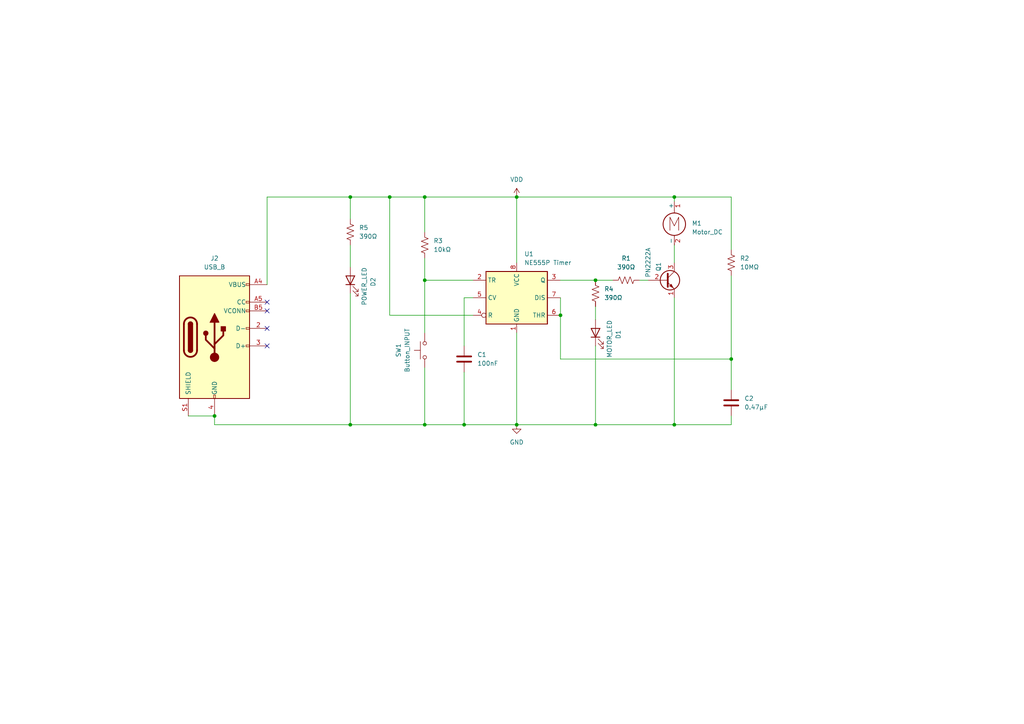
<source format=kicad_sch>
(kicad_sch (version 20231120) (generator "eeschema") (generator_version "8.0")
  (paper "A4")
  (lib_symbols
    (symbol "Connector:USB_C_Plug_USB2.0" (pin_names (offset 1.016))
      (property "Reference" "J2" (at 0 22.86 0))
      (property "Value" "USB_B" (at 0 20.32 0))
      (symbol "USB_C_Plug_USB2.0_0_0"
        (rectangle (start -0.254 -17.78) (end 0.254 -16.764))
        (rectangle (start 10.16 -2.286) (end 9.144 -2.794))
        (rectangle (start 10.16 2.794) (end 9.144 2.286))
        (rectangle (start 10.16 7.874) (end 9.144 7.366))
        (rectangle (start 10.16 10.414) (end 9.144 9.906))
        (rectangle (start 10.16 15.494) (end 9.144 14.986))
      )
      (symbol "USB_C_Plug_USB2.0_0_1"
        (rectangle (start -10.16 17.78) (end 10.16 -17.78) (stroke (width 0.254)) (fill (type background)))
        (arc (start -8.89 -3.81) (mid -6.985 -5.7067) (end -5.08 -3.81) (stroke (width 0.508)))
        (arc (start -7.62 -3.81) (mid -6.985 -4.4423) (end -6.35 -3.81) (stroke (width 0.254)))
        (arc (start -7.62 -3.81) (mid -6.985 -4.4423) (end -6.35 -3.81) (stroke (width 0.254)) (fill (type outline)))
        (rectangle (start -7.62 -3.81) (end -6.35 3.81) (stroke (width 0.254)) (fill (type outline)))
        (arc (start -6.35 3.81) (mid -6.985 4.4423) (end -7.62 3.81) (stroke (width 0.254)))
        (arc (start -6.35 3.81) (mid -6.985 4.4423) (end -7.62 3.81) (stroke (width 0.254)) (fill (type outline)))
        (arc (start -5.08 3.81) (mid -6.985 5.7067) (end -8.89 3.81) (stroke (width 0.508)))
        (circle (center -2.54 1.143) (radius 0.635) (stroke (width 0.254)) (fill (type outline)))
        (circle (center 0 -5.842) (radius 1.27) (fill (type outline)))
        (polyline (pts (xy -8.89 -3.81) (xy -8.89 3.81)) (stroke (width 0.508)))
        (polyline (pts (xy -5.08 3.81) (xy -5.08 -3.81)) (stroke (width 0.508)))
        (polyline (pts (xy 0 -5.842) (xy 0 4.318)) (stroke (width 0.508)))
        (polyline (pts (xy 0 -3.302) (xy -2.54 -0.762) (xy -2.54 0.508)) (stroke (width 0.508)))
        (polyline (pts (xy 0 -2.032) (xy 2.54 0.508) (xy 2.54 1.778)) (stroke (width 0.508)))
        (polyline (pts (xy -1.27 4.318) (xy 0 6.858) (xy 1.27 4.318) (xy -1.27 4.318)) (stroke (width 0.254)) (fill (type outline)))
        (rectangle (start 1.905 1.778) (end 3.175 3.048) (stroke (width 0.254)) (fill (type outline)))
      )
      (symbol "USB_C_Plug_USB2.0_1_1"
        (pin passive line (at 15.24 15.24 180) (length 5.08) hide (name "VBUS") (number "1"))
        (pin bidirectional line (at 15.24 2.54 180) (length 5.08) (name "D-") (number "2"))
        (pin bidirectional line (at 15.24 -2.54 180) (length 5.08) (name "D+") (number "3"))
        (pin passive line (at 0 -22.86 90) (length 5.08) (name "GND") (number "4"))
        (pin passive line (at 0 -22.86 90) (length 5.08) hide (name "GND") (number "A12"))
        (pin passive line (at 15.24 15.24 180) (length 5.08) (name "VBUS") (number "A4"))
        (pin bidirectional line (at 15.24 10.16 180) (length 5.08) (name "CC") (number "A5"))
        (pin passive line (at 0 -22.86 90) (length 5.08) hide (name "GND") (number "B1"))
        (pin passive line (at 0 -22.86 90) (length 5.08) hide (name "GND") (number "B12"))
        (pin passive line (at 15.24 15.24 180) (length 5.08) hide (name "VBUS") (number "B4"))
        (pin bidirectional line (at 15.24 7.62 180) (length 5.08) (name "VCONN") (number "B5"))
        (pin passive line (at 15.24 15.24 180) (length 5.08) hide (name "VBUS") (number "B9"))
        (pin passive line (at -7.62 -22.86 90) (length 5.08) (name "SHIELD") (number "S1"))
      )
    )
    (symbol "Device:C" (pin_numbers hide) (pin_names (offset 0.254))
      (property "Reference" "C" (at 0.635 2.54 0))
      (property "Value" "C" (at 0.635 -2.54 0))
      (symbol "C_0_1"
        (polyline (pts (xy -2.032 -0.762) (xy 2.032 -0.762)) (stroke (width 0.508)))
        (polyline (pts (xy -2.032 0.762) (xy 2.032 0.762)) (stroke (width 0.508)))
      )
      (symbol "C_1_1"
        (pin passive line (at 0 3.81 270) (length 2.794) (name "~") (number "1"))
        (pin passive line (at 0 -3.81 90) (length 2.794) (name "~") (number "2"))
      )
    )
    (symbol "Device:LED" (pin_numbers hide) (pin_names (offset 1.016) hide)
      (property "Reference" "D" (at 0 2.54 0))
      (property "Value" "LED" (at 0 -2.54 0))
      (symbol "LED_0_1"
        (polyline (pts (xy -1.27 -1.27) (xy -1.27 1.27)) (stroke (width 0.254)))
        (polyline (pts (xy -1.27 0) (xy 1.27 0)))
        (polyline (pts (xy 1.27 -1.27) (xy 1.27 1.27) (xy -1.27 0) (xy 1.27 -1.27)) (stroke (width 0.254)))
        (polyline (pts (xy -3.048 -0.762) (xy -4.572 -2.286) (xy -3.81 -2.286) (xy -4.572 -2.286) (xy -4.572 -1.524)))
        (polyline (pts (xy -1.778 -0.762) (xy -3.302 -2.286) (xy -2.54 -2.286) (xy -3.302 -2.286) (xy -3.302 -1.524)))
      )
      (symbol "LED_1_1"
        (pin passive line (at -3.81 0 0) (length 2.54) (name "K") (number "1"))
        (pin passive line (at 3.81 0 180) (length 2.54) (name "A") (number "2"))
      )
    )
    (symbol "Device:R_US" (pin_numbers hide) (pin_names (offset 0))
      (property "Reference" "R" (at 2.54 0 90))
      (property "Value" "R_US" (at -2.54 0 90))
      (symbol "R_US_0_1"
        (polyline (pts (xy 0 -2.286) (xy 0 -2.54)))
        (polyline (pts (xy 0 2.286) (xy 0 2.54)))
        (polyline (pts (xy 0 -0.762) (xy 1.016 -1.143) (xy 0 -1.524) (xy -1.016 -1.905) (xy 0 -2.286)))
        (polyline (pts (xy 0 0.762) (xy 1.016 0.381) (xy 0 0) (xy -1.016 -0.381) (xy 0 -0.762)))
        (polyline (pts (xy 0 2.286) (xy 1.016 1.905) (xy 0 1.524) (xy -1.016 1.143) (xy 0 0.762)))
      )
      (symbol "R_US_1_1"
        (pin passive line (at 0 3.81 270) (length 1.27) (name "~") (number "1"))
        (pin passive line (at 0 -3.81 90) (length 1.27) (name "~") (number "2"))
      )
    )
    (symbol "Motor:Motor_DC" (pin_names (offset 0))
      (property "Reference" "M" (at 2.54 2.54 0))
      (property "Value" "Motor_DC" (at 2.54 -5.08 0))
      (symbol "Motor_DC_0_0"
        (polyline (pts (xy -1.27 -3.302) (xy -1.27 0.508) (xy 0 -2.032) (xy 1.27 0.508) (xy 1.27 -3.302)))
      )
      (symbol "Motor_DC_0_1"
        (circle (center 0 -1.524) (radius 3.2512) (stroke (width 0.254)))
        (polyline (pts (xy 0 -7.62) (xy 0 -7.112)))
        (polyline (pts (xy 0 -4.7752) (xy 0 -5.1816)))
        (polyline (pts (xy 0 1.7272) (xy 0 2.0828)))
        (polyline (pts (xy 0 2.032) (xy 0 2.54)))
      )
      (symbol "Motor_DC_1_1"
        (pin passive line (at 0 5.08 270) (length 2.54) (name "+") (number "1"))
        (pin passive line (at 0 -7.62 90) (length 2.54) (name "-") (number "2"))
      )
    )
    (symbol "Switch:SW_Push" (pin_numbers hide) (pin_names (offset 1.016) hide)
      (property "Reference" "SW" (at 1.27 2.54 0))
      (property "Value" "SW_Push" (at 0 -1.524 0))
      (symbol "SW_Push_0_1"
        (circle (center -2.032 0) (radius 0.508))
        (polyline (pts (xy 0 1.27) (xy 0 3.048)))
        (polyline (pts (xy 2.54 1.27) (xy -2.54 1.27)))
        (circle (center 2.032 0) (radius 0.508))
        (pin passive line (at -5.08 0 0) (length 2.54) (name "1") (number "1"))
        (pin passive line (at 5.08 0 180) (length 2.54) (name "2") (number "2"))
      )
    )
    (symbol "Timer:NE555P"
      (property "Reference" "U" (at -10.16 8.89 0))
      (property "Value" "NE555P" (at 2.54 8.89 0))
      (symbol "NE555P_0_0"
        (pin power_in line (at 0 -10.16 90) (length 2.54) (name "GND") (number "1"))
        (pin power_in line (at 0 10.16 270) (length 2.54) (name "VCC") (number "8"))
      )
      (symbol "NE555P_0_1"
        (rectangle (start -8.89 -7.62) (end 8.89 7.62) (stroke (width 0.254)) (fill (type background)))
        (rectangle (start -8.89 -7.62) (end 8.89 7.62) (stroke (width 0.254)) (fill (type background)))
      )
      (symbol "NE555P_1_1"
        (pin input line (at -12.7 5.08 0) (length 3.81) (name "TR") (number "2"))
        (pin output line (at 12.7 5.08 180) (length 3.81) (name "Q") (number "3"))
        (pin input inverted (at -12.7 -5.08 0) (length 3.81) (name "R") (number "4"))
        (pin input line (at -12.7 0 0) (length 3.81) (name "CV") (number "5"))
        (pin input line (at 12.7 -5.08 180) (length 3.81) (name "THR") (number "6"))
        (pin input line (at 12.7 0 180) (length 3.81) (name "DIS") (number "7"))
      )
    )
    (symbol "Transistor_BJT:PN2222A" (pin_names (offset 0) hide)
      (property "Reference" "Q" (at 5.08 1.905 0))
      (property "Value" "PN2222A" (at 5.08 0 0))
      (symbol "PN2222A_0_1"
        (polyline (pts (xy 0 0) (xy 0.635 0)))
        (polyline (pts (xy 2.54 -2.54) (xy 0.635 -0.635)))
        (polyline (pts (xy 2.54 2.54) (xy 0.635 0.635)))
        (polyline (pts (xy 0.635 1.905) (xy 0.635 -1.905) (xy 0.635 -1.905)) (stroke (width 0.508)))
        (polyline (pts (xy 2.413 -2.413) (xy 1.905 -1.905) (xy 1.905 -1.905)))
        (polyline (pts (xy 1.143 -1.651) (xy 1.651 -1.143) (xy 2.159 -2.159) (xy 1.143 -1.651) (xy 1.143 -1.651)) (fill (type outline)))
        (circle (center 1.27 0) (radius 2.8194) (stroke (width 0.254)))
      )
      (symbol "PN2222A_1_1"
        (pin passive line (at 2.54 -5.08 90) (length 2.54) (name "E") (number "1"))
        (pin input line (at -5.08 0 0) (length 5.08) (name "B") (number "2"))
        (pin passive line (at 2.54 5.08 270) (length 2.54) (name "C") (number "3"))
      )
    )
    (symbol "power:GND" (power) (pin_numbers hide) (pin_names (offset 0) hide)
      (property "Value" "GND" (at 0 -3.81 0))
      (symbol "GND_0_1"
        (polyline (pts (xy 0 0) (xy 0 -1.27) (xy 1.27 -1.27) (xy 0 -2.54) (xy -1.27 -1.27) (xy 0 -1.27)))
      )
      (symbol "GND_1_1"
        (pin power_in line (at 0 0 270) (length 0) (name "~") (number "1"))
      )
    )
    (symbol "power:VDD" (power) (pin_numbers hide) (pin_names (offset 0) hide)
      (property "Value" "VDD" (at 0 3.556 0))
      (symbol "VDD_0_1"
        (polyline (pts (xy -0.762 1.27) (xy 0 2.54)))
        (polyline (pts (xy 0 0) (xy 0 2.54)))
        (polyline (pts (xy 0 2.54) (xy 0.762 1.27)))
      )
      (symbol "VDD_1_1"
        (pin power_in line (at 0 0 90) (length 0) (name "~") (number "1"))
      )
    )
  )
  (junction (at 101.6 57.15))
  (junction (at 101.6 123.19))
  (junction (at 172.72 81.28))
  (junction (at 195.58 123.19))
  (junction (at 123.19 57.15))
  (junction (at 134.62 123.19))
  (junction (at 123.19 123.19))
  (junction (at 149.86 123.19))
  (junction (at 212.09 104.14))
  (junction (at 162.56 91.44))
  (junction (at 113.03 57.15))
  (junction (at 195.58 57.15))
  (junction (at 123.19 81.28))
  (junction (at 149.86 57.15))
  (junction (at 172.72 123.19))
  (junction (at 62.23 120.65))
  (no_connect (at 77.47 87.63))
  (no_connect (at 77.47 95.25))
  (no_connect (at 77.47 90.17))
  (no_connect (at 77.47 100.33))
  (wire (pts (xy 101.6 63.5) (xy 101.6 57.15)))
  (wire (pts (xy 101.6 123.19) (xy 123.19 123.19)))
  (wire (pts (xy 134.62 107.95) (xy 134.62 123.19)))
  (wire (pts (xy 149.86 57.15) (xy 195.58 57.15)))
  (wire (pts (xy 101.6 71.12) (xy 101.6 77.47)))
  (wire (pts (xy 212.09 120.65) (xy 212.09 123.19)))
  (wire (pts (xy 172.72 123.19) (xy 195.58 123.19)))
  (wire (pts (xy 149.86 96.52) (xy 149.86 123.19)))
  (wire (pts (xy 149.86 123.19) (xy 172.72 123.19)))
  (wire (pts (xy 123.19 81.28) (xy 137.16 81.28)))
  (wire (pts (xy 101.6 85.09) (xy 101.6 123.19)))
  (wire (pts (xy 172.72 81.28) (xy 177.8 81.28)))
  (wire (pts (xy 123.19 123.19) (xy 134.62 123.19)))
  (wire (pts (xy 195.58 57.15) (xy 212.09 57.15)))
  (wire (pts (xy 113.03 91.44) (xy 137.16 91.44)))
  (wire (pts (xy 134.62 123.19) (xy 149.86 123.19)))
  (wire (pts (xy 212.09 104.14) (xy 212.09 113.03)))
  (wire (pts (xy 195.58 86.36) (xy 195.58 123.19)))
  (wire (pts (xy 123.19 57.15) (xy 149.86 57.15)))
  (wire (pts (xy 172.72 92.71) (xy 172.72 88.9)))
  (wire (pts (xy 162.56 86.36) (xy 162.56 91.44)))
  (wire (pts (xy 101.6 57.15) (xy 113.03 57.15)))
  (wire (pts (xy 134.62 86.36) (xy 134.62 100.33)))
  (wire (pts (xy 77.47 57.15) (xy 101.6 57.15)))
  (wire (pts (xy 185.42 81.28) (xy 187.96 81.28)))
  (wire (pts (xy 212.09 80.01) (xy 212.09 104.14)))
  (wire (pts (xy 62.23 123.19) (xy 62.23 120.65)))
  (wire (pts (xy 162.56 104.14) (xy 212.09 104.14)))
  (wire (pts (xy 113.03 57.15) (xy 113.03 91.44)))
  (wire (pts (xy 113.03 57.15) (xy 123.19 57.15)))
  (wire (pts (xy 54.61 120.65) (xy 62.23 120.65)))
  (wire (pts (xy 195.58 57.15) (xy 195.58 58.42)))
  (wire (pts (xy 162.56 81.28) (xy 172.72 81.28)))
  (wire (pts (xy 123.19 57.15) (xy 123.19 67.31)))
  (wire (pts (xy 212.09 57.15) (xy 212.09 72.39)))
  (wire (pts (xy 137.16 86.36) (xy 134.62 86.36)))
  (wire (pts (xy 195.58 123.19) (xy 212.09 123.19)))
  (wire (pts (xy 77.47 57.15) (xy 77.47 82.55)))
  (wire (pts (xy 123.19 81.28) (xy 123.19 96.52)))
  (wire (pts (xy 162.56 104.14) (xy 162.56 91.44)))
  (wire (pts (xy 62.23 123.19) (xy 101.6 123.19)))
  (wire (pts (xy 149.86 57.15) (xy 149.86 76.2)))
  (wire (pts (xy 123.19 74.93) (xy 123.19 81.28)))
  (wire (pts (xy 123.19 106.68) (xy 123.19 123.19)))
  (wire (pts (xy 172.72 100.33) (xy 172.72 123.19)))
  (wire (pts (xy 195.58 76.2) (xy 195.58 71.12)))
  (symbol (lib_id "Device:C") (at 134.62 104.14 0) (unit 1)
    (property "Reference" "C1" (at 138.43 102.8699 0) (effects (justify left)))
    (property "Value" "100nF" (at 138.43 105.4099 0) (effects (justify left)))
    (property "Footprint" "Capacitor_THT:C_Disc_D3.0mm_W1.6mm_P2.50mm" (effects (hide yes)))
    (property "Description" "Unpolarized capacitor" (effects (hide yes)))
  )
  (symbol (lib_id "Device:C") (at 212.09 116.84 0) (unit 1)
    (property "Reference" "C2" (at 215.9 115.5699 0) (effects (justify left)))
    (property "Value" "0.47μF" (at 215.9 118.1099 0) (effects (justify left)))
    (property "Footprint" "Capacitor_THT:C_Disc_D3.0mm_W1.6mm_P2.50mm" (effects (hide yes)))
    (property "Description" "Unpolarized capacitor" (effects (hide yes)))
  )
  (symbol (lib_id "Device:R_US") (at 123.19 71.12 0) (unit 1)
    (property "Reference" "R3" (at 125.73 69.8499 0) (effects (justify left)))
    (property "Value" "10kΩ" (at 125.73 72.3899 0) (effects (justify left)))
    (property "Footprint" "Resistor_THT:R_Axial_DIN0207_L6.3mm_D2.5mm_P10.16mm_Horizontal" (effects (hide yes)))
    (property "Description" "Resistor, US symbol" (effects (hide yes)))
  )
  (symbol (lib_id "Device:LED") (at 172.72 96.52 90) (unit 1)
    (property "Reference" "D1" (at 179.324 97.028 0))
    (property "Value" "MOTOR_LED" (at 176.784 98.298 0))
    (property "Footprint" "LED_THT:LED_D3.0mm" (effects (hide yes)))
    (property "Description" "Light emitting diode" (effects (hide yes)))
  )
  (symbol (lib_id "Transistor_BJT:PN2222A") (at 193.04 81.28 0) (unit 1)
    (property "Reference" "Q1" (at 191.008 78.74 90) (effects (justify left)))
    (property "Value" "PN2222A" (at 187.96 80.518 90) (effects (justify left)))
    (property "Footprint" "Package_TO_SOT_THT:TO-92_Inline" (effects (hide yes)))
    (property "Datasheet" "https://www.onsemi.com/pub/Collateral/PN2222-D.PDF" (effects (hide yes)))
    (property "Description" "1A Ic, 40V Vce, NPN Transistor, General Purpose Transistor, TO-92" (effects (hide yes)))
  )
  (symbol (lib_id "Connector:USB_C_Plug_USB2.0") (at 62.23 97.79 0) (unit 1)
    (property "Reference" "J2" (at 62.23 74.93 0))
    (property "Value" "USB_B" (at 62.23 77.47 0))
    (property "Footprint" "Connector_PinHeader_2.54mm:PinHeader_1x04_P2.54mm_Vertical" (effects (hide yes)))
    (property "Datasheet" "https://www.usb.org/sites/default/files/documents/usb_type-c.zip" (effects (hide yes)))
    (property "Description" "USB 2.0-only Type-C Plug connector" (effects (hide yes)))
  )
  (symbol (lib_id "Device:R_US") (at 172.72 85.09 180) (unit 1)
    (property "Reference" "R4" (at 175.26 83.8199 0) (effects (justify right)))
    (property "Value" "390Ω" (at 175.26 86.3599 0) (effects (justify right)))
    (property "Footprint" "Resistor_THT:R_Axial_DIN0207_L6.3mm_D2.5mm_P10.16mm_Horizontal" (effects (hide yes)))
    (property "Description" "Resistor, US symbol" (effects (hide yes)))
  )
  (symbol (lib_id "Device:R_US") (at 101.6 67.31 180) (unit 1)
    (property "Reference" "R5" (at 104.14 66.0399 0) (effects (justify right)))
    (property "Value" "390Ω" (at 104.14 68.5799 0) (effects (justify right)))
    (property "Footprint" "Resistor_THT:R_Axial_DIN0207_L6.3mm_D2.5mm_P10.16mm_Horizontal" (effects (hide yes)))
    (property "Description" "Resistor, US symbol" (effects (hide yes)))
  )
  (symbol (lib_id "power:VDD") (at 149.86 57.15 0) (unit 1)
    (property "Reference" "#PWR01" (effects (hide yes)))
    (property "Value" "VDD" (at 149.86 52.07 0))
    (property "Description" "Power symbol creates a global label with name \"VDD\"" (effects (hide yes)))
  )
  (symbol (lib_id "Motor:Motor_DC") (at 195.58 63.5 0) (unit 1)
    (property "Reference" "M1" (at 200.66 64.7699 0) (effects (justify left)))
    (property "Value" "Motor_DC" (at 200.66 67.3099 0) (effects (justify left)))
    (property "Footprint" "Connector_PinHeader_2.54mm:PinHeader_1x02_P2.54mm_Vertical" (effects (hide yes)))
    (property "Description" "DC Motor" (effects (hide yes)))
  )
  (symbol (lib_id "Timer:NE555P") (at 149.86 86.36 0) (unit 1)
    (property "Reference" "U1" (at 152.0541 73.66 0) (effects (justify left)))
    (property "Value" "NE555P Timer" (at 152.0541 76.2 0) (effects (justify left)))
    (property "Footprint" "Package_DIP:DIP-8_W7.62mm" (effects (hide yes)))
    (property "Datasheet" "http://www.ti.com/lit/ds/symlink/ne555.pdf" (effects (hide yes)))
    (property "Description" "Precision Timers, 555 compatible,  PDIP-8" (effects (hide yes)))
  )
  (symbol (lib_id "Device:LED") (at 101.6 81.28 90) (unit 1)
    (property "Reference" "D2" (at 108.204 81.788 0))
    (property "Value" "POWER_LED" (at 105.664 83.058 0))
    (property "Footprint" "LED_THT:LED_D3.0mm" (effects (hide yes)))
    (property "Description" "Light emitting diode" (effects (hide yes)))
  )
  (symbol (lib_id "Device:R_US") (at 181.61 81.28 90) (unit 1)
    (property "Reference" "R1" (at 181.61 74.93 90))
    (property "Value" "390Ω" (at 181.61 77.47 90))
    (property "Footprint" "Resistor_THT:R_Axial_DIN0207_L6.3mm_D2.5mm_P10.16mm_Horizontal" (effects (hide yes)))
    (property "Description" "Resistor, US symbol" (effects (hide yes)))
  )
  (symbol (lib_id "Device:R_US") (at 212.09 76.2 0) (unit 1)
    (property "Reference" "R2" (at 214.63 74.9299 0) (effects (justify left)))
    (property "Value" "10MΩ" (at 214.63 77.4699 0) (effects (justify left)))
    (property "Footprint" "Resistor_THT:R_Axial_DIN0207_L6.3mm_D2.5mm_P10.16mm_Horizontal" (effects (hide yes)))
    (property "Description" "Resistor, US symbol" (effects (hide yes)))
  )
  (symbol (lib_id "power:GND") (at 149.86 123.19 0) (unit 1)
    (property "Reference" "#PWR02" (effects (hide yes)))
    (property "Value" "GND" (at 149.86 128.27 0))
    (property "Description" "Power symbol creates a global label with name \"GND\" , ground" (effects (hide yes)))
  )
  (symbol (lib_id "Switch:SW_Push") (at 123.19 101.6 90) (unit 1)
    (property "Reference" "SW1" (at 115.57 101.6 0))
    (property "Value" "Button_INPUT" (at 118.11 101.6 0))
    (property "Footprint" "Button_Switch_THT:SW_DIP_SPSTx01_Slide_9.78x4.72mm_W7.62mm_P2.54mm" (effects (hide yes)))
    (property "Description" "Push button switch, generic, two pins" (effects (hide yes)))
  )
)
</source>
